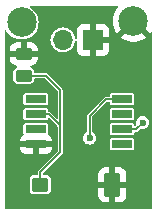
<source format=gbr>
%TF.GenerationSoftware,KiCad,Pcbnew,8.0.1*%
%TF.CreationDate,2025-01-22T20:29:26-07:00*%
%TF.ProjectId,IRRemote,49525265-6d6f-4746-952e-6b696361645f,rev?*%
%TF.SameCoordinates,Original*%
%TF.FileFunction,Copper,L1,Top*%
%TF.FilePolarity,Positive*%
%FSLAX46Y46*%
G04 Gerber Fmt 4.6, Leading zero omitted, Abs format (unit mm)*
G04 Created by KiCad (PCBNEW 8.0.1) date 2025-01-22 20:29:26*
%MOMM*%
%LPD*%
G01*
G04 APERTURE LIST*
G04 Aperture macros list*
%AMRoundRect*
0 Rectangle with rounded corners*
0 $1 Rounding radius*
0 $2 $3 $4 $5 $6 $7 $8 $9 X,Y pos of 4 corners*
0 Add a 4 corners polygon primitive as box body*
4,1,4,$2,$3,$4,$5,$6,$7,$8,$9,$2,$3,0*
0 Add four circle primitives for the rounded corners*
1,1,$1+$1,$2,$3*
1,1,$1+$1,$4,$5*
1,1,$1+$1,$6,$7*
1,1,$1+$1,$8,$9*
0 Add four rect primitives between the rounded corners*
20,1,$1+$1,$2,$3,$4,$5,0*
20,1,$1+$1,$4,$5,$6,$7,0*
20,1,$1+$1,$6,$7,$8,$9,0*
20,1,$1+$1,$8,$9,$2,$3,0*%
G04 Aperture macros list end*
%TA.AperFunction,ComponentPad*%
%ADD10R,1.700000X1.700000*%
%TD*%
%TA.AperFunction,ComponentPad*%
%ADD11O,1.700000X1.700000*%
%TD*%
%TA.AperFunction,SMDPad,CuDef*%
%ADD12RoundRect,0.250000X0.450000X-0.262500X0.450000X0.262500X-0.450000X0.262500X-0.450000X-0.262500X0*%
%TD*%
%TA.AperFunction,ComponentPad*%
%ADD13C,2.500000*%
%TD*%
%TA.AperFunction,SMDPad,CuDef*%
%ADD14R,1.700000X0.650000*%
%TD*%
%TA.AperFunction,SMDPad,CuDef*%
%ADD15RoundRect,0.175000X-0.525000X-0.825000X0.525000X-0.825000X0.525000X0.825000X-0.525000X0.825000X0*%
%TD*%
%TA.AperFunction,SMDPad,CuDef*%
%ADD16RoundRect,0.150000X-0.550000X-0.450000X0.550000X-0.450000X0.550000X0.450000X-0.550000X0.450000X0*%
%TD*%
%TA.AperFunction,ViaPad*%
%ADD17C,0.600000*%
%TD*%
%TA.AperFunction,Conductor*%
%ADD18C,0.152400*%
%TD*%
%TA.AperFunction,Conductor*%
%ADD19C,0.200000*%
%TD*%
G04 APERTURE END LIST*
D10*
%TO.P,J1,1,Pin_1*%
%TO.N,GND*%
X139660000Y-67830000D03*
D11*
%TO.P,J1,2,Pin_2*%
%TO.N,Vcc*%
X137120000Y-67830000D03*
%TD*%
D12*
%TO.P,R2,1*%
%TO.N,Net-(D2-A)*%
X133810000Y-70840000D03*
%TO.P,R2,2*%
%TO.N,GND*%
X133810000Y-69015000D03*
%TD*%
D13*
%TO.P,H1,1,1*%
%TO.N,Vcc*%
X133620000Y-66340000D03*
%TD*%
%TO.P,H2,1,1*%
%TO.N,GND*%
X143100000Y-66240000D03*
%TD*%
D14*
%TO.P,U1,1,~{RESET}/PB5*%
%TO.N,unconnected-(U1-~{RESET}{slash}PB5-Pad1)*%
X134830000Y-72850000D03*
%TO.P,U1,2,XTAL1/PB3*%
%TO.N,Net-(D2-A)*%
X134830000Y-74120000D03*
%TO.P,U1,3,XTAL2/PB4*%
%TO.N,unconnected-(U1-XTAL2{slash}PB4-Pad3)*%
X134830000Y-75390000D03*
%TO.P,U1,4,GND*%
%TO.N,GND*%
X134830000Y-76660000D03*
%TO.P,U1,5,AREF/PB0*%
%TO.N,unconnected-(U1-AREF{slash}PB0-Pad5)*%
X142130000Y-76660000D03*
%TO.P,U1,6,PB1*%
%TO.N,Net-(U1-PB1)*%
X142130000Y-75390000D03*
%TO.P,U1,7,PB2*%
%TO.N,unconnected-(U1-PB2-Pad7)*%
X142130000Y-74120000D03*
%TO.P,U1,8,VCC*%
%TO.N,Vout*%
X142130000Y-72850000D03*
%TD*%
D15*
%TO.P,D2,1,K*%
%TO.N,GND*%
X141300000Y-80080000D03*
D16*
%TO.P,D2,2,A*%
%TO.N,Net-(D2-A)*%
X135200000Y-80080000D03*
%TD*%
D17*
%TO.N,GND*%
X138390000Y-75080000D03*
X141560000Y-78130000D03*
X133730000Y-78260000D03*
%TO.N,Net-(U1-PB1)*%
X143880000Y-74830000D03*
%TO.N,Vout*%
X139380000Y-76140000D03*
%TD*%
D18*
%TO.N,Net-(D2-A)*%
X135940000Y-74120000D02*
X136770000Y-74950000D01*
X136910000Y-74950000D02*
X136910000Y-77340000D01*
X135670000Y-70840000D02*
X133810000Y-70840000D01*
X136910000Y-74950000D02*
X136910000Y-72080000D01*
X136770000Y-74950000D02*
X136910000Y-74950000D01*
X134830000Y-74120000D02*
X135940000Y-74120000D01*
X136910000Y-72080000D02*
X135670000Y-70840000D01*
X135200000Y-79050000D02*
X135200000Y-80080000D01*
X136910000Y-77340000D02*
X135200000Y-79050000D01*
D19*
%TO.N,Net-(U1-PB1)*%
X142130000Y-75390000D02*
X143320000Y-75390000D01*
X143320000Y-75390000D02*
X143880000Y-74830000D01*
D18*
%TO.N,Vout*%
X139380000Y-74240000D02*
X140770000Y-72850000D01*
X140770000Y-72850000D02*
X142130000Y-72850000D01*
X139380000Y-76140000D02*
X139380000Y-74240000D01*
%TD*%
%TA.AperFunction,Conductor*%
%TO.N,GND*%
G36*
X141790167Y-64958093D02*
G01*
X141815887Y-65002642D01*
X141806954Y-65053300D01*
X141800623Y-65062586D01*
X141650028Y-65251426D01*
X141650025Y-65251429D01*
X141518885Y-65478569D01*
X141518879Y-65478581D01*
X141423061Y-65722725D01*
X141364694Y-65978442D01*
X141345093Y-66240000D01*
X141364694Y-66501557D01*
X141423061Y-66757274D01*
X141518879Y-67001418D01*
X141518885Y-67001430D01*
X141650025Y-67228570D01*
X141650028Y-67228573D01*
X141697873Y-67288571D01*
X141697874Y-67288572D01*
X142237426Y-66749020D01*
X142323249Y-66877463D01*
X142462537Y-67016751D01*
X142590978Y-67102572D01*
X142050831Y-67642719D01*
X142050831Y-67642722D01*
X142222541Y-67759791D01*
X142222544Y-67759792D01*
X142458861Y-67873597D01*
X142709492Y-67950906D01*
X142709505Y-67950909D01*
X142968858Y-67990000D01*
X143231142Y-67990000D01*
X143490494Y-67950909D01*
X143490507Y-67950906D01*
X143741138Y-67873597D01*
X143977454Y-67759793D01*
X144149167Y-67642721D01*
X144149167Y-67642719D01*
X143609021Y-67102573D01*
X143737463Y-67016751D01*
X143876751Y-66877463D01*
X143962573Y-66749020D01*
X144502124Y-67288571D01*
X144502125Y-67288571D01*
X144549969Y-67228578D01*
X144549971Y-67228574D01*
X144559175Y-67212634D01*
X144598580Y-67179569D01*
X144650020Y-67179569D01*
X144689425Y-67212634D01*
X144699500Y-67250234D01*
X144699500Y-82064300D01*
X144681907Y-82112638D01*
X144637358Y-82138358D01*
X144624300Y-82139500D01*
X132265700Y-82139500D01*
X132217362Y-82121907D01*
X132191642Y-82077358D01*
X132190500Y-82064300D01*
X132190500Y-76910000D01*
X133480000Y-76910000D01*
X133480000Y-77032831D01*
X133486401Y-77092374D01*
X133486402Y-77092377D01*
X133536648Y-77227090D01*
X133536649Y-77227092D01*
X133622810Y-77342189D01*
X133737907Y-77428350D01*
X133737909Y-77428351D01*
X133872622Y-77478597D01*
X133872625Y-77478598D01*
X133932168Y-77484999D01*
X133932180Y-77485000D01*
X134580000Y-77485000D01*
X134580000Y-76910000D01*
X135080000Y-76910000D01*
X135080000Y-77485000D01*
X135727820Y-77485000D01*
X135727831Y-77484999D01*
X135787374Y-77478598D01*
X135787377Y-77478597D01*
X135922090Y-77428351D01*
X135922092Y-77428350D01*
X136037189Y-77342189D01*
X136123350Y-77227092D01*
X136123351Y-77227090D01*
X136173597Y-77092377D01*
X136173598Y-77092374D01*
X136179999Y-77032831D01*
X136180000Y-77032820D01*
X136180000Y-76910000D01*
X135080000Y-76910000D01*
X134580000Y-76910000D01*
X133480000Y-76910000D01*
X132190500Y-76910000D01*
X132190500Y-76410000D01*
X133480000Y-76410000D01*
X136180000Y-76410000D01*
X136180000Y-76287180D01*
X136179999Y-76287168D01*
X136173598Y-76227625D01*
X136173597Y-76227622D01*
X136123351Y-76092909D01*
X136123350Y-76092907D01*
X136037189Y-75977810D01*
X135922092Y-75891649D01*
X135922088Y-75891647D01*
X135913699Y-75888518D01*
X135874557Y-75855142D01*
X135866026Y-75804414D01*
X135867906Y-75798057D01*
X135868865Y-75793233D01*
X135868867Y-75793231D01*
X135880500Y-75734748D01*
X135880500Y-75045252D01*
X135880015Y-75042816D01*
X135868867Y-74986770D01*
X135868866Y-74986768D01*
X135860143Y-74973713D01*
X135824552Y-74920448D01*
X135758231Y-74876133D01*
X135758229Y-74876132D01*
X135699749Y-74864500D01*
X135699748Y-74864500D01*
X133960252Y-74864500D01*
X133960251Y-74864500D01*
X133901770Y-74876132D01*
X133901768Y-74876133D01*
X133835448Y-74920448D01*
X133791133Y-74986768D01*
X133791132Y-74986770D01*
X133779500Y-75045251D01*
X133779500Y-75734748D01*
X133792578Y-75800495D01*
X133790008Y-75801006D01*
X133791741Y-75840669D01*
X133760428Y-75881480D01*
X133746306Y-75888514D01*
X133737918Y-75891643D01*
X133737907Y-75891649D01*
X133622810Y-75977810D01*
X133536649Y-76092907D01*
X133536648Y-76092909D01*
X133486402Y-76227622D01*
X133486401Y-76227625D01*
X133480000Y-76287168D01*
X133480000Y-76410000D01*
X132190500Y-76410000D01*
X132190500Y-73194748D01*
X133779500Y-73194748D01*
X133791132Y-73253229D01*
X133791133Y-73253231D01*
X133835448Y-73319552D01*
X133901769Y-73363867D01*
X133931010Y-73369683D01*
X133960251Y-73375500D01*
X133960252Y-73375500D01*
X135699749Y-73375500D01*
X135719242Y-73371622D01*
X135758231Y-73363867D01*
X135824552Y-73319552D01*
X135868867Y-73253231D01*
X135880500Y-73194748D01*
X135880500Y-72505252D01*
X135868867Y-72446769D01*
X135824552Y-72380448D01*
X135758231Y-72336133D01*
X135758229Y-72336132D01*
X135699749Y-72324500D01*
X135699748Y-72324500D01*
X133960252Y-72324500D01*
X133960251Y-72324500D01*
X133901770Y-72336132D01*
X133901768Y-72336133D01*
X133835448Y-72380448D01*
X133791133Y-72446768D01*
X133791132Y-72446770D01*
X133779500Y-72505251D01*
X133779500Y-73194748D01*
X132190500Y-73194748D01*
X132190500Y-69265000D01*
X132610001Y-69265000D01*
X132610001Y-69327473D01*
X132620494Y-69430194D01*
X132620495Y-69430197D01*
X132675642Y-69596622D01*
X132767681Y-69745842D01*
X132767686Y-69745848D01*
X132891651Y-69869813D01*
X132891657Y-69869818D01*
X133040877Y-69961857D01*
X133198298Y-70014021D01*
X133238648Y-70045926D01*
X133249050Y-70096303D01*
X133224637Y-70141580D01*
X133199481Y-70156384D01*
X133147120Y-70174705D01*
X133147117Y-70174707D01*
X133037850Y-70255350D01*
X132957207Y-70364617D01*
X132957205Y-70364620D01*
X132912355Y-70492798D01*
X132912353Y-70492807D01*
X132909500Y-70523226D01*
X132909500Y-71156773D01*
X132912353Y-71187192D01*
X132912354Y-71187199D01*
X132912355Y-71187201D01*
X132957205Y-71315379D01*
X132957207Y-71315382D01*
X133037850Y-71424650D01*
X133147117Y-71505292D01*
X133147120Y-71505294D01*
X133177889Y-71516060D01*
X133275301Y-71550146D01*
X133289347Y-71551463D01*
X133305727Y-71553000D01*
X133305734Y-71553000D01*
X134314272Y-71553000D01*
X134328312Y-71551682D01*
X134344699Y-71550146D01*
X134472882Y-71505293D01*
X134582150Y-71424650D01*
X134662793Y-71315382D01*
X134707646Y-71187199D01*
X134709073Y-71171982D01*
X134710500Y-71156773D01*
X134710500Y-71118900D01*
X134728093Y-71070562D01*
X134772642Y-71044842D01*
X134785700Y-71043700D01*
X135554477Y-71043700D01*
X135602815Y-71061293D01*
X135607651Y-71065726D01*
X136684274Y-72142349D01*
X136706014Y-72188969D01*
X136706300Y-72195523D01*
X136706300Y-74416676D01*
X136688707Y-74465014D01*
X136644158Y-74490734D01*
X136593500Y-74481801D01*
X136577926Y-74469850D01*
X136123266Y-74015191D01*
X136123265Y-74015189D01*
X136123265Y-74015190D01*
X136112689Y-74004613D01*
X136055387Y-73947311D01*
X135980519Y-73916300D01*
X135980518Y-73916300D01*
X135955700Y-73916300D01*
X135907362Y-73898707D01*
X135881642Y-73854158D01*
X135880500Y-73841100D01*
X135880500Y-73775251D01*
X135868867Y-73716770D01*
X135868866Y-73716768D01*
X135824552Y-73650448D01*
X135758231Y-73606133D01*
X135758229Y-73606132D01*
X135699749Y-73594500D01*
X135699748Y-73594500D01*
X133960252Y-73594500D01*
X133960251Y-73594500D01*
X133901770Y-73606132D01*
X133901768Y-73606133D01*
X133835448Y-73650448D01*
X133791133Y-73716768D01*
X133791132Y-73716770D01*
X133779500Y-73775251D01*
X133779500Y-74464748D01*
X133791132Y-74523229D01*
X133791133Y-74523231D01*
X133835448Y-74589552D01*
X133901769Y-74633867D01*
X133931010Y-74639683D01*
X133960251Y-74645500D01*
X133960252Y-74645500D01*
X135699749Y-74645500D01*
X135719242Y-74641622D01*
X135758231Y-74633867D01*
X135824552Y-74589552D01*
X135868867Y-74523231D01*
X135872327Y-74505834D01*
X135899012Y-74461858D01*
X135947721Y-74445323D01*
X135995664Y-74463966D01*
X135999253Y-74467328D01*
X136597310Y-75065386D01*
X136597311Y-75065387D01*
X136654613Y-75122689D01*
X136659874Y-75124868D01*
X136697801Y-75159617D01*
X136706300Y-75194345D01*
X136706300Y-77224476D01*
X136688707Y-77272814D01*
X136684274Y-77277650D01*
X135084614Y-78877310D01*
X135084613Y-78877311D01*
X135055963Y-78905961D01*
X135027313Y-78934610D01*
X135027312Y-78934612D01*
X135027311Y-78934613D01*
X134996300Y-79009481D01*
X134996300Y-79009482D01*
X134996300Y-79204300D01*
X134978707Y-79252638D01*
X134934158Y-79278358D01*
X134921100Y-79279500D01*
X134616731Y-79279500D01*
X134548606Y-79289427D01*
X134443514Y-79340803D01*
X134360803Y-79423514D01*
X134309427Y-79528606D01*
X134299500Y-79596731D01*
X134299500Y-80563268D01*
X134309427Y-80631393D01*
X134360803Y-80736485D01*
X134443514Y-80819196D01*
X134443515Y-80819196D01*
X134443517Y-80819198D01*
X134548607Y-80870573D01*
X134598536Y-80877847D01*
X134616731Y-80880499D01*
X134616736Y-80880499D01*
X134616740Y-80880500D01*
X134616742Y-80880500D01*
X135783258Y-80880500D01*
X135783260Y-80880500D01*
X135783264Y-80880499D01*
X135783268Y-80880499D01*
X135792946Y-80879088D01*
X135851393Y-80870573D01*
X135956483Y-80819198D01*
X136039198Y-80736483D01*
X136090573Y-80631393D01*
X136100500Y-80563260D01*
X136100500Y-80330000D01*
X140100001Y-80330000D01*
X140100001Y-80959568D01*
X140106180Y-81027566D01*
X140154944Y-81184060D01*
X140239750Y-81324346D01*
X140355653Y-81440249D01*
X140495939Y-81525055D01*
X140652431Y-81573819D01*
X140652435Y-81573820D01*
X140720432Y-81579999D01*
X141050000Y-81579999D01*
X141050000Y-80330000D01*
X141550000Y-80330000D01*
X141550000Y-81579999D01*
X141879565Y-81579999D01*
X141879568Y-81579998D01*
X141947566Y-81573819D01*
X142104060Y-81525055D01*
X142244346Y-81440249D01*
X142360249Y-81324346D01*
X142445055Y-81184060D01*
X142493819Y-81027568D01*
X142493820Y-81027564D01*
X142500000Y-80959567D01*
X142500000Y-80330000D01*
X141550000Y-80330000D01*
X141050000Y-80330000D01*
X140100001Y-80330000D01*
X136100500Y-80330000D01*
X136100500Y-79830000D01*
X140100000Y-79830000D01*
X141050000Y-79830000D01*
X141050000Y-78580000D01*
X141550000Y-78580000D01*
X141550000Y-79830000D01*
X142499999Y-79830000D01*
X142499999Y-79200435D01*
X142499998Y-79200431D01*
X142493819Y-79132433D01*
X142445055Y-78975939D01*
X142360249Y-78835653D01*
X142244346Y-78719750D01*
X142104060Y-78634944D01*
X141947568Y-78586180D01*
X141947564Y-78586179D01*
X141879567Y-78580000D01*
X141550000Y-78580000D01*
X141050000Y-78580000D01*
X140720435Y-78580000D01*
X140720431Y-78580001D01*
X140652433Y-78586180D01*
X140495939Y-78634944D01*
X140355653Y-78719750D01*
X140239750Y-78835653D01*
X140154944Y-78975939D01*
X140106180Y-79132431D01*
X140106179Y-79132435D01*
X140100000Y-79200432D01*
X140100000Y-79830000D01*
X136100500Y-79830000D01*
X136100500Y-79596740D01*
X136090573Y-79528607D01*
X136039198Y-79423517D01*
X136039196Y-79423515D01*
X136039196Y-79423514D01*
X135956485Y-79340803D01*
X135956483Y-79340802D01*
X135851393Y-79289427D01*
X135783268Y-79279500D01*
X135783260Y-79279500D01*
X135478900Y-79279500D01*
X135430562Y-79261907D01*
X135404842Y-79217358D01*
X135403700Y-79204300D01*
X135403700Y-79165523D01*
X135421293Y-79117185D01*
X135425726Y-79112349D01*
X137082684Y-77455392D01*
X137082684Y-77455391D01*
X137082689Y-77455387D01*
X137113700Y-77380519D01*
X137113700Y-77299482D01*
X137113700Y-77004748D01*
X141079500Y-77004748D01*
X141091132Y-77063229D01*
X141091133Y-77063231D01*
X141135448Y-77129552D01*
X141201769Y-77173867D01*
X141231010Y-77179683D01*
X141260251Y-77185500D01*
X141260252Y-77185500D01*
X142999749Y-77185500D01*
X143019242Y-77181622D01*
X143058231Y-77173867D01*
X143124552Y-77129552D01*
X143168867Y-77063231D01*
X143180500Y-77004748D01*
X143180500Y-76315252D01*
X143168867Y-76256769D01*
X143124552Y-76190448D01*
X143058231Y-76146133D01*
X143058229Y-76146132D01*
X142999749Y-76134500D01*
X142999748Y-76134500D01*
X141260252Y-76134500D01*
X141260251Y-76134500D01*
X141201770Y-76146132D01*
X141201768Y-76146133D01*
X141135448Y-76190448D01*
X141091133Y-76256768D01*
X141091132Y-76256770D01*
X141079500Y-76315251D01*
X141079500Y-77004748D01*
X137113700Y-77004748D01*
X137113700Y-76140000D01*
X138824750Y-76140000D01*
X138843670Y-76283709D01*
X138843671Y-76283711D01*
X138899139Y-76417626D01*
X138987378Y-76532621D01*
X139102373Y-76620860D01*
X139102374Y-76620860D01*
X139102375Y-76620861D01*
X139236291Y-76676330D01*
X139380000Y-76695250D01*
X139523709Y-76676330D01*
X139657625Y-76620861D01*
X139772621Y-76532621D01*
X139860861Y-76417625D01*
X139916330Y-76283709D01*
X139935250Y-76140000D01*
X139916330Y-75996291D01*
X139860861Y-75862375D01*
X139860860Y-75862374D01*
X139860860Y-75862373D01*
X139772621Y-75747378D01*
X139756161Y-75734748D01*
X141079500Y-75734748D01*
X141091132Y-75793229D01*
X141091133Y-75793231D01*
X141135448Y-75859552D01*
X141201769Y-75903867D01*
X141231010Y-75909683D01*
X141260251Y-75915500D01*
X141260252Y-75915500D01*
X142999749Y-75915500D01*
X143019242Y-75911622D01*
X143058231Y-75903867D01*
X143124552Y-75859552D01*
X143168867Y-75793231D01*
X143180500Y-75734748D01*
X143180500Y-75692700D01*
X143198093Y-75644362D01*
X143242642Y-75618642D01*
X143255700Y-75617500D01*
X143365251Y-75617500D01*
X143365253Y-75617500D01*
X143448868Y-75582865D01*
X143650636Y-75381095D01*
X143697255Y-75359357D01*
X143732590Y-75364797D01*
X143736291Y-75366330D01*
X143880000Y-75385250D01*
X144023709Y-75366330D01*
X144157625Y-75310861D01*
X144272621Y-75222621D01*
X144360861Y-75107625D01*
X144416330Y-74973709D01*
X144435250Y-74830000D01*
X144416330Y-74686291D01*
X144360861Y-74552375D01*
X144360860Y-74552374D01*
X144360860Y-74552373D01*
X144272621Y-74437378D01*
X144157626Y-74349139D01*
X144023711Y-74293671D01*
X144023709Y-74293670D01*
X143880000Y-74274750D01*
X143736291Y-74293670D01*
X143736288Y-74293670D01*
X143736288Y-74293671D01*
X143602373Y-74349139D01*
X143487378Y-74437378D01*
X143399139Y-74552373D01*
X143365384Y-74633867D01*
X143343670Y-74686291D01*
X143324750Y-74830000D01*
X143343671Y-74973713D01*
X143345205Y-74977417D01*
X143347445Y-75028808D01*
X143328901Y-75059363D01*
X143306944Y-75081320D01*
X143260324Y-75103060D01*
X143210637Y-75089746D01*
X143181132Y-75047609D01*
X143180015Y-75042816D01*
X143176239Y-75023834D01*
X143168867Y-74986769D01*
X143124552Y-74920448D01*
X143058231Y-74876133D01*
X143058229Y-74876132D01*
X142999749Y-74864500D01*
X142999748Y-74864500D01*
X141260252Y-74864500D01*
X141260251Y-74864500D01*
X141201770Y-74876132D01*
X141201768Y-74876133D01*
X141135448Y-74920448D01*
X141091133Y-74986768D01*
X141091132Y-74986770D01*
X141079500Y-75045251D01*
X141079500Y-75734748D01*
X139756161Y-75734748D01*
X139657627Y-75659140D01*
X139657626Y-75659139D01*
X139630121Y-75647746D01*
X139592196Y-75612994D01*
X139583700Y-75578271D01*
X139583700Y-74464748D01*
X141079500Y-74464748D01*
X141091132Y-74523229D01*
X141091133Y-74523231D01*
X141135448Y-74589552D01*
X141201769Y-74633867D01*
X141231010Y-74639683D01*
X141260251Y-74645500D01*
X141260252Y-74645500D01*
X142999749Y-74645500D01*
X143019242Y-74641622D01*
X143058231Y-74633867D01*
X143124552Y-74589552D01*
X143168867Y-74523231D01*
X143180500Y-74464748D01*
X143180500Y-73775252D01*
X143168867Y-73716769D01*
X143124552Y-73650448D01*
X143058231Y-73606133D01*
X143058229Y-73606132D01*
X142999749Y-73594500D01*
X142999748Y-73594500D01*
X141260252Y-73594500D01*
X141260251Y-73594500D01*
X141201770Y-73606132D01*
X141201768Y-73606133D01*
X141135448Y-73650448D01*
X141091133Y-73716768D01*
X141091132Y-73716770D01*
X141079500Y-73775251D01*
X141079500Y-74464748D01*
X139583700Y-74464748D01*
X139583700Y-74355523D01*
X139601293Y-74307185D01*
X139605726Y-74302349D01*
X140832349Y-73075726D01*
X140878969Y-73053986D01*
X140885523Y-73053700D01*
X141004300Y-73053700D01*
X141052638Y-73071293D01*
X141078358Y-73115842D01*
X141079500Y-73128900D01*
X141079500Y-73194748D01*
X141091132Y-73253229D01*
X141091133Y-73253231D01*
X141135448Y-73319552D01*
X141201769Y-73363867D01*
X141231010Y-73369683D01*
X141260251Y-73375500D01*
X141260252Y-73375500D01*
X142999749Y-73375500D01*
X143019242Y-73371622D01*
X143058231Y-73363867D01*
X143124552Y-73319552D01*
X143168867Y-73253231D01*
X143180500Y-73194748D01*
X143180500Y-72505252D01*
X143168867Y-72446769D01*
X143124552Y-72380448D01*
X143058231Y-72336133D01*
X143058229Y-72336132D01*
X142999749Y-72324500D01*
X142999748Y-72324500D01*
X141260252Y-72324500D01*
X141260251Y-72324500D01*
X141201770Y-72336132D01*
X141201768Y-72336133D01*
X141135448Y-72380448D01*
X141091133Y-72446768D01*
X141091132Y-72446770D01*
X141079500Y-72505251D01*
X141079500Y-72571100D01*
X141061907Y-72619438D01*
X141017358Y-72645158D01*
X141004300Y-72646300D01*
X140819279Y-72646300D01*
X140819271Y-72646299D01*
X140810519Y-72646299D01*
X140729481Y-72646299D01*
X140676541Y-72668226D01*
X140676541Y-72668227D01*
X140665577Y-72672769D01*
X140654612Y-72677311D01*
X140625962Y-72705962D01*
X140597311Y-72734613D01*
X140597310Y-72734614D01*
X139264614Y-74067310D01*
X139264613Y-74067311D01*
X139235963Y-74095961D01*
X139207313Y-74124610D01*
X139207312Y-74124612D01*
X139207311Y-74124613D01*
X139176300Y-74199481D01*
X139176300Y-74199482D01*
X139176300Y-75578271D01*
X139158707Y-75626609D01*
X139129879Y-75647746D01*
X139102373Y-75659139D01*
X139102372Y-75659140D01*
X138987378Y-75747378D01*
X138899139Y-75862373D01*
X138877134Y-75915500D01*
X138843670Y-75996291D01*
X138824750Y-76140000D01*
X137113700Y-76140000D01*
X137113700Y-74909481D01*
X137113700Y-72129279D01*
X137113701Y-72129270D01*
X137113701Y-72039480D01*
X137113700Y-72039479D01*
X137082689Y-71964614D01*
X137082689Y-71964613D01*
X137025387Y-71907311D01*
X137025386Y-71907310D01*
X137021100Y-71903024D01*
X137021093Y-71903018D01*
X135853266Y-70735191D01*
X135853265Y-70735189D01*
X135853265Y-70735190D01*
X135842689Y-70724613D01*
X135785387Y-70667311D01*
X135710519Y-70636300D01*
X135710518Y-70636300D01*
X134785700Y-70636300D01*
X134737362Y-70618707D01*
X134711642Y-70574158D01*
X134710500Y-70561100D01*
X134710500Y-70523226D01*
X134708869Y-70505843D01*
X134707646Y-70492801D01*
X134662793Y-70364618D01*
X134582150Y-70255350D01*
X134472882Y-70174707D01*
X134472879Y-70174705D01*
X134420518Y-70156384D01*
X134380704Y-70123813D01*
X134371140Y-70073270D01*
X134396303Y-70028405D01*
X134421701Y-70014021D01*
X134579122Y-69961857D01*
X134728342Y-69869818D01*
X134728348Y-69869813D01*
X134852313Y-69745848D01*
X134852318Y-69745842D01*
X134944357Y-69596622D01*
X134999505Y-69430197D01*
X135010000Y-69327472D01*
X135010000Y-69265000D01*
X132610001Y-69265000D01*
X132190500Y-69265000D01*
X132190500Y-68765000D01*
X132610000Y-68765000D01*
X133560000Y-68765000D01*
X133560000Y-68002500D01*
X134060000Y-68002500D01*
X134060000Y-68765000D01*
X135009999Y-68765000D01*
X135009999Y-68702526D01*
X134999505Y-68599805D01*
X134999504Y-68599802D01*
X134944357Y-68433377D01*
X134852318Y-68284157D01*
X134852313Y-68284151D01*
X134728348Y-68160186D01*
X134728342Y-68160181D01*
X134579122Y-68068142D01*
X134412697Y-68012994D01*
X134412698Y-68012994D01*
X134309973Y-68002500D01*
X134060000Y-68002500D01*
X133560000Y-68002500D01*
X133310026Y-68002500D01*
X133207305Y-68012994D01*
X133207302Y-68012995D01*
X133040877Y-68068142D01*
X132891657Y-68160181D01*
X132891651Y-68160186D01*
X132767686Y-68284151D01*
X132767681Y-68284157D01*
X132675642Y-68433377D01*
X132620494Y-68599802D01*
X132610000Y-68702527D01*
X132610000Y-68765000D01*
X132190500Y-68765000D01*
X132190500Y-67830000D01*
X136064417Y-67830000D01*
X136084699Y-68035932D01*
X136144765Y-68233947D01*
X136144770Y-68233959D01*
X136171599Y-68284151D01*
X136242315Y-68416450D01*
X136373590Y-68576410D01*
X136533550Y-68707685D01*
X136716046Y-68805232D01*
X136716050Y-68805233D01*
X136716052Y-68805234D01*
X136789778Y-68827598D01*
X136914066Y-68865300D01*
X137120000Y-68885583D01*
X137325934Y-68865300D01*
X137523954Y-68805232D01*
X137706450Y-68707685D01*
X137866410Y-68576410D01*
X137997685Y-68416450D01*
X138095232Y-68233954D01*
X138155300Y-68035934D01*
X138159962Y-67988599D01*
X138182209Y-67942220D01*
X138229063Y-67920990D01*
X138278602Y-67934845D01*
X138307646Y-67977301D01*
X138310000Y-67995971D01*
X138310000Y-68727831D01*
X138316401Y-68787374D01*
X138316402Y-68787377D01*
X138366648Y-68922090D01*
X138366649Y-68922092D01*
X138452810Y-69037189D01*
X138567907Y-69123350D01*
X138567909Y-69123351D01*
X138702622Y-69173597D01*
X138702625Y-69173598D01*
X138762168Y-69179999D01*
X138762180Y-69180000D01*
X139410000Y-69180000D01*
X139410000Y-68263012D01*
X139467007Y-68295925D01*
X139594174Y-68330000D01*
X139725826Y-68330000D01*
X139852993Y-68295925D01*
X139910000Y-68263012D01*
X139910000Y-69180000D01*
X140557820Y-69180000D01*
X140557831Y-69179999D01*
X140617374Y-69173598D01*
X140617377Y-69173597D01*
X140752090Y-69123351D01*
X140752092Y-69123350D01*
X140867189Y-69037189D01*
X140953350Y-68922092D01*
X140953351Y-68922090D01*
X141003597Y-68787377D01*
X141003598Y-68787374D01*
X141009999Y-68727831D01*
X141010000Y-68727820D01*
X141010000Y-68080000D01*
X140093012Y-68080000D01*
X140125925Y-68022993D01*
X140160000Y-67895826D01*
X140160000Y-67764174D01*
X140125925Y-67637007D01*
X140093012Y-67580000D01*
X141010000Y-67580000D01*
X141010000Y-66932180D01*
X141009999Y-66932168D01*
X141003598Y-66872625D01*
X141003597Y-66872622D01*
X140953351Y-66737909D01*
X140953350Y-66737907D01*
X140867189Y-66622810D01*
X140752092Y-66536649D01*
X140752090Y-66536648D01*
X140617377Y-66486402D01*
X140617374Y-66486401D01*
X140557831Y-66480000D01*
X139910000Y-66480000D01*
X139910000Y-67396988D01*
X139852993Y-67364075D01*
X139725826Y-67330000D01*
X139594174Y-67330000D01*
X139467007Y-67364075D01*
X139410000Y-67396988D01*
X139410000Y-66480000D01*
X138762168Y-66480000D01*
X138702625Y-66486401D01*
X138702622Y-66486402D01*
X138567909Y-66536648D01*
X138567907Y-66536649D01*
X138452810Y-66622810D01*
X138366649Y-66737907D01*
X138366648Y-66737909D01*
X138316402Y-66872622D01*
X138316401Y-66872625D01*
X138310000Y-66932168D01*
X138310000Y-67664028D01*
X138292407Y-67712366D01*
X138247858Y-67738086D01*
X138197200Y-67729153D01*
X138164135Y-67689748D01*
X138159962Y-67671399D01*
X138155300Y-67624067D01*
X138135402Y-67558472D01*
X138117598Y-67499778D01*
X138095234Y-67426052D01*
X138095229Y-67426040D01*
X137997687Y-67243554D01*
X137997684Y-67243549D01*
X137866410Y-67083590D01*
X137706450Y-66952315D01*
X137706445Y-66952312D01*
X137523959Y-66854770D01*
X137523947Y-66854765D01*
X137325932Y-66794699D01*
X137120000Y-66774417D01*
X136914067Y-66794699D01*
X136716052Y-66854765D01*
X136716040Y-66854770D01*
X136533554Y-66952312D01*
X136533549Y-66952315D01*
X136373590Y-67083590D01*
X136242315Y-67243549D01*
X136242312Y-67243554D01*
X136144770Y-67426040D01*
X136144765Y-67426052D01*
X136084699Y-67624067D01*
X136064417Y-67830000D01*
X132190500Y-67830000D01*
X132190500Y-67050660D01*
X132208093Y-67002322D01*
X132252642Y-66976602D01*
X132303300Y-66985535D01*
X132334566Y-67020453D01*
X132339948Y-67032722D01*
X132339948Y-67032724D01*
X132471429Y-67233969D01*
X132634233Y-67410822D01*
X132634237Y-67410826D01*
X132823934Y-67558473D01*
X133035338Y-67672879D01*
X133035344Y-67672882D01*
X133262703Y-67750934D01*
X133499808Y-67790500D01*
X133499811Y-67790500D01*
X133740189Y-67790500D01*
X133740192Y-67790500D01*
X133977297Y-67750934D01*
X134204656Y-67672882D01*
X134416067Y-67558472D01*
X134605764Y-67410825D01*
X134768571Y-67233969D01*
X134900049Y-67032728D01*
X134996610Y-66812591D01*
X135055620Y-66579563D01*
X135075471Y-66340000D01*
X135055620Y-66100437D01*
X134996610Y-65867409D01*
X134900049Y-65647272D01*
X134768571Y-65446031D01*
X134605764Y-65269175D01*
X134605762Y-65269173D01*
X134416065Y-65121526D01*
X134342724Y-65081836D01*
X134308586Y-65043357D01*
X134307168Y-64991937D01*
X134339135Y-64951636D01*
X134378515Y-64940500D01*
X141741829Y-64940500D01*
X141790167Y-64958093D01*
G37*
%TD.AperFunction*%
%TD*%
M02*

</source>
